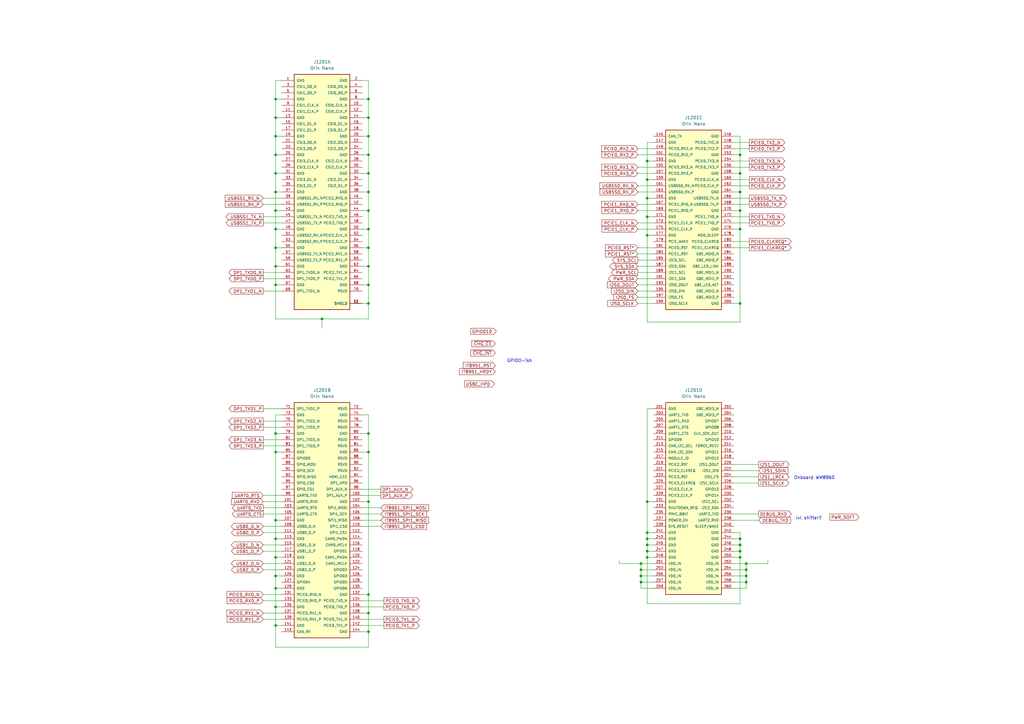
<source format=kicad_sch>
(kicad_sch (version 20231120) (generator "eeschema") (generator_version "8.0")
  (paper "A3")
  (junction (at 303.53 86.36))
  (junction (at 113.03 236.22))
  (junction (at 303.53 71.12))
  (junction (at 265.43 205.74))
  (junction (at 265.43 218.44))
  (junction (at 262.89 233.68))
  (junction (at 262.89 238.76))
  (junction (at 151.13 251.46))
  (junction (at 151.13 124.46))
  (junction (at 303.53 226.06))
  (junction (at 113.03 78.74))
  (junction (at 113.03 177.8))
  (junction (at 303.53 220.98))
  (junction (at 113.03 116.84))
  (junction (at 303.53 223.52))
  (junction (at 265.43 66.04))
  (junction (at 113.03 185.42))
  (junction (at 151.13 71.12))
  (junction (at 113.03 220.98))
  (junction (at 303.53 63.5))
  (junction (at 151.13 101.6))
  (junction (at 113.03 86.36))
  (junction (at 113.03 55.88))
  (junction (at 151.13 259.08))
  (junction (at 113.03 101.6))
  (junction (at 113.03 48.26))
  (junction (at 151.13 93.98))
  (junction (at 151.13 40.64))
  (junction (at 132.08 130.81))
  (junction (at 303.53 228.6))
  (junction (at 265.43 81.28))
  (junction (at 303.53 78.74))
  (junction (at 306.07 233.68))
  (junction (at 306.07 238.76))
  (junction (at 113.03 213.36))
  (junction (at 151.13 109.22))
  (junction (at 265.43 228.6))
  (junction (at 265.43 73.66))
  (junction (at 151.13 86.36))
  (junction (at 151.13 243.84))
  (junction (at 113.03 248.92))
  (junction (at 265.43 226.06))
  (junction (at 265.43 88.9))
  (junction (at 113.03 71.12))
  (junction (at 151.13 177.8))
  (junction (at 306.07 231.14))
  (junction (at 113.03 228.6))
  (junction (at 113.03 256.54))
  (junction (at 113.03 109.22))
  (junction (at 265.43 96.52))
  (junction (at 303.53 124.46))
  (junction (at 265.43 223.52))
  (junction (at 113.03 63.5))
  (junction (at 262.89 231.14))
  (junction (at 151.13 185.42))
  (junction (at 151.13 63.5))
  (junction (at 151.13 55.88))
  (junction (at 113.03 93.98))
  (junction (at 151.13 48.26))
  (junction (at 113.03 40.64))
  (junction (at 151.13 116.84))
  (junction (at 303.53 93.98))
  (junction (at 151.13 205.74))
  (junction (at 262.89 236.22))
  (junction (at 306.07 236.22))
  (junction (at 151.13 78.74))
  (junction (at 265.43 220.98))
  (junction (at 113.03 241.3))
  (wire (pts (xy 261.62 106.68) (xy 267.97 106.68)))
  (wire (pts (xy 113.03 78.74) (xy 115.57 78.74)))
  (wire (pts (xy 262.89 238.76) (xy 267.97 238.76)))
  (wire (pts (xy 151.13 33.02) (xy 151.13 40.64)))
  (wire (pts (xy 265.43 220.98) (xy 265.43 223.52)))
  (wire (pts (xy 306.07 233.68) (xy 306.07 236.22)))
  (wire (pts (xy 261.62 121.92) (xy 267.97 121.92)))
  (wire (pts (xy 113.03 228.6) (xy 115.57 228.6)))
  (wire (pts (xy 307.34 99.06) (xy 300.99 99.06)))
  (wire (pts (xy 311.15 190.5) (xy 300.99 190.5)))
  (wire (pts (xy 113.03 33.02) (xy 113.03 40.64)))
  (wire (pts (xy 261.62 78.74) (xy 267.97 78.74)))
  (wire (pts (xy 156.21 215.9) (xy 148.59 215.9)))
  (wire (pts (xy 113.03 256.54) (xy 115.57 256.54)))
  (wire (pts (xy 107.95 254) (xy 115.57 254)))
  (wire (pts (xy 148.59 251.46) (xy 151.13 251.46)))
  (wire (pts (xy 267.97 58.42) (xy 265.43 58.42)))
  (wire (pts (xy 262.89 231.14) (xy 267.97 231.14)))
  (wire (pts (xy 261.62 104.14) (xy 267.97 104.14)))
  (wire (pts (xy 307.34 73.66) (xy 300.99 73.66)))
  (wire (pts (xy 265.43 66.04) (xy 267.97 66.04)))
  (wire (pts (xy 115.57 170.18) (xy 113.03 170.18)))
  (wire (pts (xy 261.62 63.5) (xy 267.97 63.5)))
  (wire (pts (xy 265.43 223.52) (xy 267.97 223.52)))
  (wire (pts (xy 262.89 238.76) (xy 262.89 236.22)))
  (wire (pts (xy 107.95 182.88) (xy 115.57 182.88)))
  (wire (pts (xy 261.62 114.3) (xy 267.97 114.3)))
  (wire (pts (xy 262.89 241.3) (xy 262.89 238.76)))
  (wire (pts (xy 306.07 238.76) (xy 306.07 241.3)))
  (wire (pts (xy 300.99 233.68) (xy 306.07 233.68)))
  (wire (pts (xy 151.13 205.74) (xy 151.13 185.42)))
  (wire (pts (xy 265.43 223.52) (xy 265.43 226.06)))
  (wire (pts (xy 311.15 210.82) (xy 300.99 210.82)))
  (wire (pts (xy 113.03 185.42) (xy 113.03 213.36)))
  (wire (pts (xy 113.03 116.84) (xy 113.03 130.81)))
  (wire (pts (xy 265.43 96.52) (xy 267.97 96.52)))
  (wire (pts (xy 148.59 109.22) (xy 151.13 109.22)))
  (wire (pts (xy 300.99 220.98) (xy 303.53 220.98)))
  (wire (pts (xy 261.62 119.38) (xy 267.97 119.38)))
  (wire (pts (xy 113.03 241.3) (xy 115.57 241.3)))
  (wire (pts (xy 303.53 78.74) (xy 303.53 71.12)))
  (wire (pts (xy 265.43 228.6) (xy 265.43 247.65)))
  (wire (pts (xy 265.43 88.9) (xy 265.43 96.52)))
  (wire (pts (xy 265.43 228.6) (xy 267.97 228.6)))
  (wire (pts (xy 107.95 91.44) (xy 115.57 91.44)))
  (wire (pts (xy 107.95 231.14) (xy 115.57 231.14)))
  (wire (pts (xy 107.95 233.68) (xy 115.57 233.68)))
  (wire (pts (xy 307.34 91.44) (xy 300.99 91.44)))
  (wire (pts (xy 151.13 40.64) (xy 151.13 48.26)))
  (wire (pts (xy 303.53 247.65) (xy 303.53 228.6)))
  (wire (pts (xy 300.99 241.3) (xy 306.07 241.3)))
  (wire (pts (xy 107.95 203.2) (xy 115.57 203.2)))
  (wire (pts (xy 261.62 83.82) (xy 267.97 83.82)))
  (wire (pts (xy 148.59 63.5) (xy 151.13 63.5)))
  (wire (pts (xy 113.03 101.6) (xy 113.03 109.22)))
  (wire (pts (xy 151.13 48.26) (xy 151.13 55.88)))
  (wire (pts (xy 261.62 124.46) (xy 267.97 124.46)))
  (wire (pts (xy 107.95 175.26) (xy 115.57 175.26)))
  (wire (pts (xy 261.62 93.98) (xy 267.97 93.98)))
  (wire (pts (xy 307.34 58.42) (xy 300.99 58.42)))
  (wire (pts (xy 107.95 218.44) (xy 115.57 218.44)))
  (wire (pts (xy 265.43 218.44) (xy 265.43 220.98)))
  (wire (pts (xy 265.43 205.74) (xy 265.43 218.44)))
  (wire (pts (xy 311.15 213.36) (xy 300.99 213.36)))
  (wire (pts (xy 303.53 86.36) (xy 303.53 78.74)))
  (wire (pts (xy 265.43 73.66) (xy 265.43 81.28)))
  (wire (pts (xy 156.21 208.28) (xy 148.59 208.28)))
  (wire (pts (xy 107.95 243.84) (xy 115.57 243.84)))
  (wire (pts (xy 148.59 177.8) (xy 151.13 177.8)))
  (wire (pts (xy 113.03 48.26) (xy 113.03 55.88)))
  (wire (pts (xy 151.13 243.84) (xy 151.13 205.74)))
  (wire (pts (xy 311.15 198.12) (xy 300.99 198.12)))
  (wire (pts (xy 311.15 195.58) (xy 300.99 195.58)))
  (wire (pts (xy 306.07 231.14) (xy 314.96 231.14)))
  (wire (pts (xy 300.99 228.6) (xy 303.53 228.6)))
  (wire (pts (xy 261.62 76.2) (xy 267.97 76.2)))
  (wire (pts (xy 151.13 265.43) (xy 151.13 259.08)))
  (wire (pts (xy 151.13 93.98) (xy 151.13 101.6)))
  (wire (pts (xy 113.03 86.36) (xy 115.57 86.36)))
  (wire (pts (xy 156.21 213.36) (xy 148.59 213.36)))
  (wire (pts (xy 265.43 205.74) (xy 267.97 205.74)))
  (wire (pts (xy 307.34 60.96) (xy 300.99 60.96)))
  (wire (pts (xy 151.13 63.5) (xy 151.13 71.12)))
  (wire (pts (xy 265.43 247.65) (xy 303.53 247.65)))
  (wire (pts (xy 113.03 63.5) (xy 113.03 71.12)))
  (wire (pts (xy 113.03 40.64) (xy 113.03 48.26)))
  (wire (pts (xy 151.13 185.42) (xy 151.13 177.8)))
  (wire (pts (xy 254 229.87) (xy 254 231.14)))
  (wire (pts (xy 157.48 256.54) (xy 148.59 256.54)))
  (wire (pts (xy 107.95 246.38) (xy 115.57 246.38)))
  (wire (pts (xy 148.59 55.88) (xy 151.13 55.88)))
  (wire (pts (xy 300.99 93.98) (xy 303.53 93.98)))
  (wire (pts (xy 151.13 86.36) (xy 151.13 93.98)))
  (wire (pts (xy 107.95 226.06) (xy 115.57 226.06)))
  (wire (pts (xy 113.03 109.22) (xy 113.03 116.84)))
  (wire (pts (xy 303.53 71.12) (xy 303.53 63.5)))
  (wire (pts (xy 300.99 226.06) (xy 303.53 226.06)))
  (wire (pts (xy 113.03 185.42) (xy 115.57 185.42)))
  (wire (pts (xy 107.95 251.46) (xy 115.57 251.46)))
  (wire (pts (xy 265.43 96.52) (xy 265.43 132.08)))
  (wire (pts (xy 113.03 71.12) (xy 115.57 71.12)))
  (wire (pts (xy 306.07 236.22) (xy 306.07 238.76)))
  (wire (pts (xy 148.59 205.74) (xy 151.13 205.74)))
  (wire (pts (xy 113.03 256.54) (xy 113.03 265.43)))
  (wire (pts (xy 300.99 78.74) (xy 303.53 78.74)))
  (wire (pts (xy 307.34 68.58) (xy 300.99 68.58)))
  (wire (pts (xy 300.99 83.82) (xy 307.34 83.82)))
  (wire (pts (xy 107.95 180.34) (xy 115.57 180.34)))
  (wire (pts (xy 261.62 86.36) (xy 267.97 86.36)))
  (wire (pts (xy 303.53 218.44) (xy 300.99 218.44)))
  (wire (pts (xy 132.08 130.81) (xy 132.08 134.62)))
  (wire (pts (xy 303.53 223.52) (xy 303.53 220.98)))
  (wire (pts (xy 115.57 33.02) (xy 113.03 33.02)))
  (wire (pts (xy 113.03 101.6) (xy 115.57 101.6)))
  (wire (pts (xy 151.13 109.22) (xy 151.13 116.84)))
  (wire (pts (xy 262.89 231.14) (xy 254 231.14)))
  (wire (pts (xy 267.97 167.64) (xy 265.43 167.64)))
  (wire (pts (xy 148.59 116.84) (xy 151.13 116.84)))
  (wire (pts (xy 311.15 193.04) (xy 300.99 193.04)))
  (wire (pts (xy 303.53 228.6) (xy 303.53 226.06)))
  (wire (pts (xy 107.95 119.38) (xy 115.57 119.38)))
  (wire (pts (xy 307.34 88.9) (xy 300.99 88.9)))
  (wire (pts (xy 113.03 130.81) (xy 132.08 130.81)))
  (wire (pts (xy 303.53 55.88) (xy 300.99 55.88)))
  (wire (pts (xy 300.99 238.76) (xy 306.07 238.76)))
  (wire (pts (xy 265.43 226.06) (xy 267.97 226.06)))
  (wire (pts (xy 307.34 76.2) (xy 300.99 76.2)))
  (wire (pts (xy 148.59 48.26) (xy 151.13 48.26)))
  (wire (pts (xy 265.43 73.66) (xy 267.97 73.66)))
  (wire (pts (xy 300.99 86.36) (xy 303.53 86.36)))
  (wire (pts (xy 113.03 220.98) (xy 113.03 228.6)))
  (wire (pts (xy 113.03 228.6) (xy 113.03 236.22)))
  (wire (pts (xy 157.48 246.38) (xy 148.59 246.38)))
  (wire (pts (xy 261.62 91.44) (xy 267.97 91.44)))
  (wire (pts (xy 265.43 88.9) (xy 267.97 88.9)))
  (wire (pts (xy 132.08 130.81) (xy 151.13 130.81)))
  (wire (pts (xy 265.43 81.28) (xy 265.43 88.9)))
  (wire (pts (xy 148.59 259.08) (xy 151.13 259.08)))
  (wire (pts (xy 107.95 210.82) (xy 115.57 210.82)))
  (wire (pts (xy 303.53 226.06) (xy 303.53 223.52)))
  (wire (pts (xy 261.62 116.84) (xy 267.97 116.84)))
  (wire (pts (xy 113.03 109.22) (xy 115.57 109.22)))
  (wire (pts (xy 107.95 88.9) (xy 115.57 88.9)))
  (wire (pts (xy 303.53 63.5) (xy 303.53 55.88)))
  (wire (pts (xy 113.03 236.22) (xy 115.57 236.22)))
  (wire (pts (xy 113.03 93.98) (xy 113.03 101.6)))
  (wire (pts (xy 113.03 248.92) (xy 115.57 248.92)))
  (wire (pts (xy 262.89 233.68) (xy 267.97 233.68)))
  (wire (pts (xy 107.95 215.9) (xy 115.57 215.9)))
  (wire (pts (xy 262.89 236.22) (xy 262.89 233.68)))
  (wire (pts (xy 107.95 172.72) (xy 115.57 172.72)))
  (wire (pts (xy 113.03 236.22) (xy 113.03 241.3)))
  (wire (pts (xy 261.62 111.76) (xy 267.97 111.76)))
  (wire (pts (xy 265.43 226.06) (xy 265.43 228.6)))
  (wire (pts (xy 148.59 185.42) (xy 151.13 185.42)))
  (wire (pts (xy 107.95 83.82) (xy 115.57 83.82)))
  (wire (pts (xy 300.99 71.12) (xy 303.53 71.12)))
  (wire (pts (xy 113.03 177.8) (xy 115.57 177.8)))
  (wire (pts (xy 113.03 55.88) (xy 115.57 55.88)))
  (wire (pts (xy 307.34 101.6) (xy 300.99 101.6)))
  (wire (pts (xy 151.13 124.46) (xy 151.13 130.81)))
  (wire (pts (xy 107.95 205.74) (xy 115.57 205.74)))
  (wire (pts (xy 151.13 71.12) (xy 151.13 78.74)))
  (wire (pts (xy 300.99 63.5) (xy 303.53 63.5)))
  (wire (pts (xy 148.59 40.64) (xy 151.13 40.64)))
  (wire (pts (xy 148.59 86.36) (xy 151.13 86.36)))
  (wire (pts (xy 261.62 60.96) (xy 267.97 60.96)))
  (wire (pts (xy 300.99 81.28) (xy 307.34 81.28)))
  (wire (pts (xy 265.43 81.28) (xy 267.97 81.28)))
  (wire (pts (xy 262.89 233.68) (xy 262.89 231.14)))
  (wire (pts (xy 107.95 208.28) (xy 115.57 208.28)))
  (wire (pts (xy 113.03 55.88) (xy 113.03 63.5)))
  (wire (pts (xy 307.34 66.04) (xy 300.99 66.04)))
  (wire (pts (xy 262.89 236.22) (xy 267.97 236.22)))
  (wire (pts (xy 113.03 40.64) (xy 115.57 40.64)))
  (wire (pts (xy 300.99 236.22) (xy 306.07 236.22)))
  (wire (pts (xy 265.43 167.64) (xy 265.43 205.74)))
  (wire (pts (xy 265.43 132.08) (xy 303.53 132.08)))
  (wire (pts (xy 267.97 241.3) (xy 262.89 241.3)))
  (wire (pts (xy 261.62 101.6) (xy 267.97 101.6)))
  (wire (pts (xy 148.59 243.84) (xy 151.13 243.84)))
  (wire (pts (xy 303.53 220.98) (xy 303.53 218.44)))
  (wire (pts (xy 261.62 68.58) (xy 267.97 68.58)))
  (wire (pts (xy 148.59 101.6) (xy 151.13 101.6)))
  (wire (pts (xy 148.59 124.46) (xy 151.13 124.46)))
  (wire (pts (xy 113.03 63.5) (xy 115.57 63.5)))
  (wire (pts (xy 156.21 203.2) (xy 148.59 203.2)))
  (wire (pts (xy 157.48 248.92) (xy 148.59 248.92)))
  (wire (pts (xy 113.03 78.74) (xy 113.03 86.36)))
  (wire (pts (xy 107.95 81.28) (xy 115.57 81.28)))
  (wire (pts (xy 113.03 213.36) (xy 113.03 220.98)))
  (wire (pts (xy 151.13 177.8) (xy 151.13 170.18)))
  (wire (pts (xy 156.21 210.82) (xy 148.59 210.82)))
  (wire (pts (xy 151.13 251.46) (xy 151.13 243.84)))
  (wire (pts (xy 113.03 170.18) (xy 113.03 177.8)))
  (wire (pts (xy 265.43 218.44) (xy 267.97 218.44)))
  (wire (pts (xy 107.95 114.3) (xy 115.57 114.3)))
  (wire (pts (xy 157.48 254) (xy 148.59 254)))
  (wire (pts (xy 151.13 116.84) (xy 151.13 124.46)))
  (wire (pts (xy 113.03 177.8) (xy 113.03 185.42)))
  (wire (pts (xy 113.03 241.3) (xy 113.03 248.92)))
  (wire (pts (xy 148.59 71.12) (xy 151.13 71.12)))
  (wire (pts (xy 265.43 220.98) (xy 267.97 220.98)))
  (wire (pts (xy 306.07 231.14) (xy 306.07 233.68)))
  (wire (pts (xy 151.13 101.6) (xy 151.13 109.22)))
  (wire (pts (xy 148.59 33.02) (xy 151.13 33.02)))
  (wire (pts (xy 151.13 170.18) (xy 148.59 170.18)))
  (wire (pts (xy 113.03 220.98) (xy 115.57 220.98)))
  (wire (pts (xy 113.03 248.92) (xy 113.03 256.54)))
  (wire (pts (xy 156.21 200.66) (xy 148.59 200.66)))
  (wire (pts (xy 265.43 58.42) (xy 265.43 66.04)))
  (wire (pts (xy 113.03 213.36) (xy 115.57 213.36)))
  (wire (pts (xy 107.95 223.52) (xy 115.57 223.52)))
  (wire (pts (xy 148.59 78.74) (xy 151.13 78.74)))
  (wire (pts (xy 151.13 259.08) (xy 151.13 251.46)))
  (wire (pts (xy 113.03 86.36) (xy 113.03 93.98)))
  (wire (pts (xy 151.13 55.88) (xy 151.13 63.5)))
  (wire (pts (xy 113.03 48.26) (xy 115.57 48.26)))
  (wire (pts (xy 303.53 93.98) (xy 303.53 86.36)))
  (wire (pts (xy 148.59 93.98) (xy 151.13 93.98)))
  (wire (pts (xy 300.99 231.14) (xy 306.07 231.14)))
  (wire (pts (xy 300.99 223.52) (xy 303.53 223.52)))
  (wire (pts (xy 261.62 109.22) (xy 267.97 109.22)))
  (wire (pts (xy 265.43 66.04) (xy 265.43 73.66)))
  (wire (pts (xy 113.03 116.84) (xy 115.57 116.84)))
  (wire (pts (xy 303.53 132.08) (xy 303.53 124.46)))
  (wire (pts (xy 151.13 78.74) (xy 151.13 86.36)))
  (wire (pts (xy 261.62 71.12) (xy 267.97 71.12)))
  (wire (pts (xy 300.99 124.46) (xy 303.53 124.46)))
  (wire (pts (xy 107.95 111.76) (xy 115.57 111.76)))
  (wire (pts (xy 113.03 71.12) (xy 113.03 78.74)))
  (wire (pts (xy 113.03 265.43) (xy 151.13 265.43)))
  (wire (pts (xy 113.03 93.98) (xy 115.57 93.98)))
  (wire (pts (xy 303.53 124.46) (xy 303.53 93.98)))
  (wire (pts (xy 107.95 167.64) (xy 115.57 167.64)))
  (wire (pts (xy 314.96 229.87) (xy 314.96 231.14)))
  (text "Onboard WM8960" (at 334.01 196.088 0) (effects (font (size 1.27 1.27))))
  (text "GPIOO-ish" (at 213.106 148.082 0) (effects (font (size 1.27 1.27))))
  (text "lvl shifter?" (at 331.724 212.598 0) (effects (font (size 1.27 1.27))))
  (global_label "USBSS0_RX_P" (shape input) (at 261.62 78.74 180) (property "Intersheetrefs" "${INTERSHEET_REFS}" (effects (hide yes))))
  (global_label "UART0_RXD" (shape input) (at 107.95 205.74 180) (property "Intersheetrefs" "${INTERSHEET_REFS}" (effects (hide yes))))
  (global_label "USBSS0_TX_P" (shape output) (at 307.34 83.82 0) (property "Intersheetrefs" "${INTERSHEET_REFS}" (effects (hide yes))))
  (global_label "USB2_D_P" (shape bidirectional) (at 107.95 233.68 180) (property "Intersheetrefs" "${INTERSHEET_REFS}" (effects (hide yes))))
  (global_label "DP1_TXD2_P" (shape output) (at 107.95 175.26 180) (property "Intersheetrefs" "${INTERSHEET_REFS}" (effects (hide yes))))
  (global_label "PCIE0_TX3_P" (shape output) (at 307.34 68.58 0) (property "Intersheetrefs" "${INTERSHEET_REFS}" (effects (hide yes))))
  (global_label "DEBUG_TXD" (shape input) (at 311.15 213.36 0) (property "Intersheetrefs" "${INTERSHEET_REFS}" (effects (hide yes))))
  (global_label "PCIE1_CLK_N" (shape input) (at 261.62 91.44 180) (property "Intersheetrefs" "${INTERSHEET_REFS}" (effects (hide yes))))
  (global_label "DEBUG_RXD" (shape output) (at 311.15 210.82 0) (property "Intersheetrefs" "${INTERSHEET_REFS}" (effects (hide yes))))
  (global_label "IT8951_RST" (shape input) (at 203.2 149.86 180) (property "Intersheetrefs" "${INTERSHEET_REFS}" (effects (hide yes))))
  (global_label "SYS_SCL" (shape output) (at 261.62 106.68 180) (property "Intersheetrefs" "${INTERSHEET_REFS}" (effects (hide yes))))
  (global_label "PCIE0_TX0_N" (shape output) (at 157.48 246.38 0) (property "Intersheetrefs" "${INTERSHEET_REFS}" (effects (hide yes))))
  (global_label "PCIE0_RX2_N" (shape input) (at 261.62 60.96 180) (property "Intersheetrefs" "${INTERSHEET_REFS}" (effects (hide yes))))
  (global_label "I2S1_DOUT" (shape output) (at 311.15 190.5 0) (property "Intersheetrefs" "${INTERSHEET_REFS}" (effects (hide yes))))
  (global_label "PWR_SOFT" (shape output) (at 340.36 212.09 0) (property "Intersheetrefs" "${INTERSHEET_REFS}" (effects (hide yes))))
  (global_label "USB0_D_N" (shape bidirectional) (at 107.95 215.9 180) (property "Intersheetrefs" "${INTERSHEET_REFS}" (effects (hide yes))))
  (global_label "DP1_AUX_P" (shape output) (at 156.21 203.2 0) (property "Intersheetrefs" "${INTERSHEET_REFS}" (effects (hide yes))))
  (global_label "USB1_D_P" (shape bidirectional) (at 107.95 226.06 180) (property "Intersheetrefs" "${INTERSHEET_REFS}" (effects (hide yes))))
  (global_label "DP1_TXD3_N" (shape output) (at 107.95 180.34 180) (property "Intersheetrefs" "${INTERSHEET_REFS}" (effects (hide yes))))
  (global_label "UART0_CTS" (shape output) (at 107.95 210.82 180) (property "Intersheetrefs" "${INTERSHEET_REFS}" (effects (hide yes))))
  (global_label "PCIE1_RX0_P" (shape input) (at 261.62 86.36 180) (property "Intersheetrefs" "${INTERSHEET_REFS}" (effects (hide yes))))
  (global_label "USBSS0_RX_N" (shape input) (at 261.62 76.2 180) (property "Intersheetrefs" "${INTERSHEET_REFS}" (effects (hide yes))))
  (global_label "DP1_TXD1_N" (shape output) (at 107.95 119.38 180) (property "Intersheetrefs" "${INTERSHEET_REFS}" (effects (hide yes))))
  (global_label "IT8951_SPI1_CS0" (shape input) (at 156.21 215.9 0) (property "Intersheetrefs" "${INTERSHEET_REFS}" (effects (hide yes))))
  (global_label "DP1_TXD0_N" (shape output) (at 107.95 111.76 180) (property "Intersheetrefs" "${INTERSHEET_REFS}" (effects (hide yes))))
  (global_label "PCIE0_RST*" (shape input) (at 261.62 101.6 180) (property "Intersheetrefs" "${INTERSHEET_REFS}" (effects (hide yes))))
  (global_label "~{CHG_INT}" (shape input) (at 203.2 144.78 180) (property "Intersheetrefs" "${INTERSHEET_REFS}" (effects (hide yes))))
  (global_label "USBSS1_RX_N" (shape input) (at 107.95 81.28 180) (property "Intersheetrefs" "${INTERSHEET_REFS}" (effects (hide yes))))
  (global_label "PCIE0_TX2_P" (shape output) (at 307.34 60.96 0) (property "Intersheetrefs" "${INTERSHEET_REFS}" (effects (hide yes))))
  (global_label "USB1_D_N" (shape bidirectional) (at 107.95 223.52 180) (property "Intersheetrefs" "${INTERSHEET_REFS}" (effects (hide yes))))
  (global_label "PCIE1_CLKREQ*" (shape output) (at 307.34 101.6 0) (property "Intersheetrefs" "${INTERSHEET_REFS}" (effects (hide yes))))
  (global_label "PCIE0_TX2_N" (shape output) (at 307.34 58.42 0) (property "Intersheetrefs" "${INTERSHEET_REFS}" (effects (hide yes))))
  (global_label "PCIE0_CLK_P" (shape output) (at 307.34 76.2 0) (property "Intersheetrefs" "${INTERSHEET_REFS}" (effects (hide yes))))
  (global_label "PWR_SDA" (shape bidirectional) (at 261.62 114.3 180) (property "Intersheetrefs" "${INTERSHEET_REFS}" (effects (hide yes))))
  (global_label "PCIE0_RX3_N" (shape input) (at 261.62 68.58 180) (property "Intersheetrefs" "${INTERSHEET_REFS}" (effects (hide yes))))
  (global_label "PCIE0_RX1_N" (shape input) (at 107.95 251.46 180) (property "Intersheetrefs" "${INTERSHEET_REFS}" (effects (hide yes))))
  (global_label "PCIE0_RX1_P" (shape input) (at 107.95 254 180) (property "Intersheetrefs" "${INTERSHEET_REFS}" (effects (hide yes))))
  (global_label "DP1_TXD2_N" (shape output) (at 107.95 172.72 180) (property "Intersheetrefs" "${INTERSHEET_REFS}" (effects (hide yes))))
  (global_label "PCIE1_CLK_P" (shape input) (at 261.62 93.98 180) (property "Intersheetrefs" "${INTERSHEET_REFS}" (effects (hide yes))))
  (global_label "PCIE0_CLK_N" (shape output) (at 307.34 73.66 0) (property "Intersheetrefs" "${INTERSHEET_REFS}" (effects (hide yes))))
  (global_label "PCIE0_RX0_N" (shape input) (at 107.95 243.84 180) (property "Intersheetrefs" "${INTERSHEET_REFS}" (effects (hide yes))))
  (global_label "PWR_SCL" (shape output) (at 261.62 111.76 180) (property "Intersheetrefs" "${INTERSHEET_REFS}" (effects (hide yes))))
  (global_label "I2S0_FS" (shape input) (at 261.62 121.92 180) (property "Intersheetrefs" "${INTERSHEET_REFS}" (effects (hide yes))))
  (global_label "USBSS0_TX_N" (shape output) (at 307.34 81.28 0) (property "Intersheetrefs" "${INTERSHEET_REFS}" (effects (hide yes))))
  (global_label "PCIE0_TX1_P" (shape output) (at 157.48 256.54 0) (property "Intersheetrefs" "${INTERSHEET_REFS}" (effects (hide yes))))
  (global_label "IT8951_SPI1_MISO" (shape input) (at 156.21 213.36 0) (property "Intersheetrefs" "${INTERSHEET_REFS}" (effects (hide yes))))
  (global_label "PCIE0_RX3_P" (shape input) (at 261.62 71.12 180) (property "Intersheetrefs" "${INTERSHEET_REFS}" (effects (hide yes))))
  (global_label "I2S0_SCLK" (shape input) (at 261.62 124.46 180) (property "Intersheetrefs" "${INTERSHEET_REFS}" (effects (hide yes))))
  (global_label "USBSS1_RX_P" (shape input) (at 107.95 83.82 180) (property "Intersheetrefs" "${INTERSHEET_REFS}" (effects (hide yes))))
  (global_label "~{CHG_CE}" (shape input) (at 203.2 140.97 180) (property "Intersheetrefs" "${INTERSHEET_REFS}" (effects (hide yes))))
  (global_label "PCIE1_TX0_N" (shape output) (at 307.34 88.9 0) (property "Intersheetrefs" "${INTERSHEET_REFS}" (effects (hide yes))))
  (global_label "IT8951_SPI1_MOSI" (shape input) (at 156.21 208.28 0) (property "Intersheetrefs" "${INTERSHEET_REFS}" (effects (hide yes))))
  (global_label "IT8951_HRDY" (shape input) (at 203.2 152.4 180) (property "Intersheetrefs" "${INTERSHEET_REFS}" (effects (hide yes))))
  (global_label "PCIE0_TX3_N" (shape output) (at 307.34 66.04 0) (property "Intersheetrefs" "${INTERSHEET_REFS}" (effects (hide yes))))
  (global_label "PCIE0_CLKREQ*" (shape output) (at 307.34 99.06 0) (property "Intersheetrefs" "${INTERSHEET_REFS}" (effects (hide yes))))
  (global_label "I2S1_LRCK" (shape output) (at 311.15 195.58 0) (property "Intersheetrefs" "${INTERSHEET_REFS}" (effects (hide yes))))
  (global_label "PCIE0_TX1_N" (shape output) (at 157.48 254 0) (property "Intersheetrefs" "${INTERSHEET_REFS}" (effects (hide yes))))
  (global_label "I2S0_DOUT" (shape input) (at 261.62 116.84 180) (property "Intersheetrefs" "${INTERSHEET_REFS}" (effects (hide yes))))
  (global_label "USBSS1_TX_N" (shape output) (at 107.95 88.9 180) (property "Intersheetrefs" "${INTERSHEET_REFS}" (effects (hide yes))))
  (global_label "SYS_SDA" (shape bidirectional) (at 261.62 109.22 180) (property "Intersheetrefs" "${INTERSHEET_REFS}" (effects (hide yes))))
  (global_label "IT8951_SPI1_SCK" (shape input) (at 156.21 210.82 0) (property "Intersheetrefs" "${INTERSHEET_REFS}" (effects (hide yes))))
  (global_label "PCIE1_TX0_P" (shape output) (at 307.34 91.44 0) (property "Intersheetrefs" "${INTERSHEET_REFS}" (effects (hide yes))))
  (global_label "USB0_D_P" (shape bidirectional) (at 107.95 218.44 180) (property "Intersheetrefs" "${INTERSHEET_REFS}" (effects (hide yes))))
  (global_label "I2S1_SCLK" (shape output) (at 311.15 198.12 0) (property "Intersheetrefs" "${INTERSHEET_REFS}" (effects (hide yes))))
  (global_label "USB2_D_N" (shape bidirectional) (at 107.95 231.14 180) (property "Intersheetrefs" "${INTERSHEET_REFS}" (effects (hide yes))))
  (global_label "I2S1_SDIN" (shape input) (at 311.15 193.04 0) (property "Intersheetrefs" "${INTERSHEET_REFS}" (effects (hide yes))))
  (global_label "PCIE0_RX0_P" (shape input) (at 107.95 246.38 180) (property "Intersheetrefs" "${INTERSHEET_REFS}" (effects (hide yes))))
  (global_label "UART0_TXD" (shape output) (at 107.95 208.28 180) (property "Intersheetrefs" "${INTERSHEET_REFS}" (effects (hide yes))))
  (global_label "DP1_TXD3_P" (shape output) (at 107.95 182.88 180) (property "Intersheetrefs" "${INTERSHEET_REFS}" (effects (hide yes))))
  (global_label "I2S0_DIN" (shape input) (at 261.62 119.38 180) (property "Intersheetrefs" "${INTERSHEET_REFS}" (effects (hide yes))))
  (global_label "PCIE1_RX0_N" (shape input) (at 261.62 83.82 180) (property "Intersheetrefs" "${INTERSHEET_REFS}" (effects (hide yes))))
  (global_label "DP1_TXD1_P" (shape output) (at 107.95 167.64 180) (property "Intersheetrefs" "${INTERSHEET_REFS}" (effects (hide yes))))
  (global_label "USBC_HPD" (shape output) (at 190.5 157.48 0) (property "Intersheetrefs" "${INTERSHEET_REFS}" (effects (hide yes))))
  (global_label "DP1_AUX_N" (shape output) (at 156.21 200.66 0) (property "Intersheetrefs" "${INTERSHEET_REFS}" (effects (hide yes))))
  (global_label "GPIO010" (shape output) (at 193.04 135.89 0) (property "Intersheetrefs" "${INTERSHEET_REFS}" (effects (hide yes))))
  (global_label "PCIE0_TX0_P" (shape output) (at 157.48 248.92 0) (property "Intersheetrefs" "${INTERSHEET_REFS}" (effects (hide yes))))
  (global_label "UART0_RTS" (shape input) (at 107.95 203.2 180) (property "Intersheetrefs" "${INTERSHEET_REFS}" (effects (hide yes))))
  (global_label "PCIE1_RST*" (shape input) (at 261.62 104.14 180) (property "Intersheetrefs" "${INTERSHEET_REFS}" (effects (hide yes))))
  (global_label "PCIE0_RX2_P" (shape input) (at 261.62 63.5 180) (property "Intersheetrefs" "${INTERSHEET_REFS}" (effects (hide yes))))
  (global_label "USBSS1_TX_P" (shape output) (at 107.95 91.44 180) (property "Intersheetrefs" "${INTERSHEET_REFS}" (effects (hide yes))))
  (global_label "DP1_TXD0_P" (shape output) (at 107.95 114.3 180) (property "Intersheetrefs" "${INTERSHEET_REFS}" (effects (hide yes))))
  (symbol (lib_id "Fibel2:Orin Nano") (at 132.08 213.36 0) (unit 2)
    (property "Reference" "J1201" (at 132.08 160.02 0))
    (property "Value" "Orin Nano" (at 132.08 162.56 0))
    (property "Footprint" "Fibel2:SODIMMx260" (effects (hide yes)))
    (property "Comment" "2309407-1" (effects (hide yes)))
    (property "MF" "TE Connectivity" (effects (hide yes)))
    (property "MP" "2309407-1" (effects (hide yes)))
  )
  (symbol (lib_id "Fibel2:Orin Nano") (at 284.48 203.2 0) (unit 4)
    (property "Reference" "J1201" (at 284.48 160.02 0))
    (property "Value" "Orin Nano" (at 284.48 162.56 0))
    (property "Footprint" "Fibel2:SODIMMx260" (effects (hide yes)))
    (property "Comment" "2309407-1" (effects (hide yes)))
    (property "MF" "TE Connectivity" (effects (hide yes)))
    (property "MP" "2309407-1" (effects (hide yes)))
  )
  (symbol (lib_id "Fibel2:Orin Nano") (at 132.08 78.74 0) (unit 1)
    (property "Reference" "J1201" (at 132.08 25.4 0))
    (property "Value" "Orin Nano" (at 132.08 27.94 0))
    (property "Footprint" "Fibel2:SODIMMx260" (effects (hide yes)))
    (property "Comment" "2309407-1" (effects (hide yes)))
    (property "MF" "TE Connectivity" (effects (hide yes)))
    (property "MP" "2309407-1" (effects (hide yes)))
  )
  (symbol (lib_name "Orin Nano_1") (lib_id "Fibel2:Orin Nano") (at 284.48 88.9 0) (unit 3)
    (property "Reference" "J1201" (at 284.48 48.26 0))
    (property "Value" "Orin Nano" (at 284.48 50.8 0))
    (property "Footprint" "Fibel2:SODIMMx260" (effects (hide yes)))
    (property "Comment" "2309407-1" (effects (hide yes)))
    (property "MF" "TE Connectivity" (effects (hide yes)))
    (property "MP" "2309407-1" (effects (hide yes)))
  )
)
</source>
